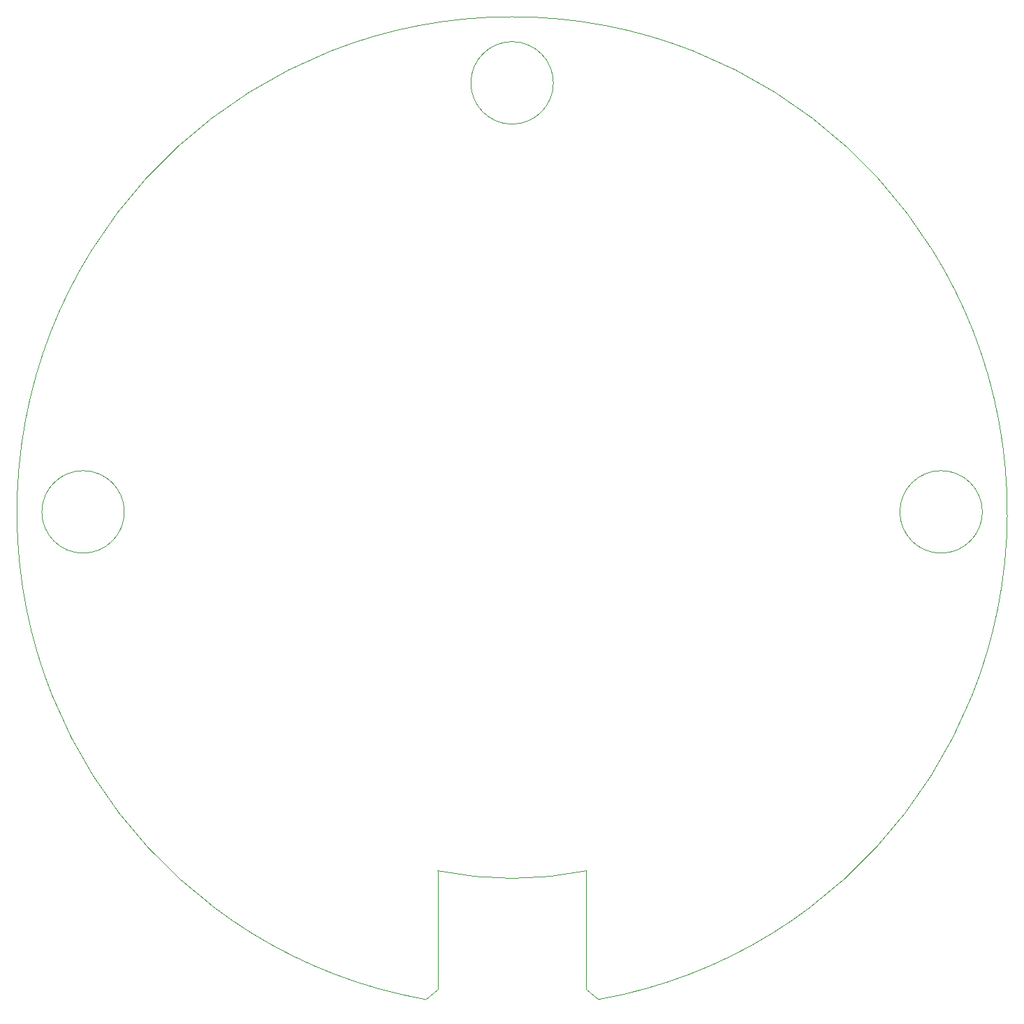
<source format=gbr>
%TF.GenerationSoftware,KiCad,Pcbnew,8.0.6*%
%TF.CreationDate,2025-01-31T16:57:09-05:00*%
%TF.ProjectId,Wire Spool Antenna V1.2,57697265-2053-4706-9f6f-6c20416e7465,rev?*%
%TF.SameCoordinates,Original*%
%TF.FileFunction,Profile,NP*%
%FSLAX46Y46*%
G04 Gerber Fmt 4.6, Leading zero omitted, Abs format (unit mm)*
G04 Created by KiCad (PCBNEW 8.0.6) date 2025-01-31 16:57:09*
%MOMM*%
%LPD*%
G01*
G04 APERTURE LIST*
%TA.AperFunction,Profile*%
%ADD10C,0.050000*%
%TD*%
G04 APERTURE END LIST*
D10*
X109000000Y-143499994D02*
X109001398Y-157859750D01*
X53000000Y-100000000D02*
G75*
G02*
X43000000Y-100000000I-5000000J0D01*
G01*
X43000000Y-100000000D02*
G75*
G02*
X53000000Y-100000000I5000000J0D01*
G01*
X157000000Y-100000000D02*
G75*
G02*
X147000000Y-100000000I-5000000J0D01*
G01*
X147000000Y-100000000D02*
G75*
G02*
X157000000Y-100000000I5000000J0D01*
G01*
X91000000Y-157835706D02*
X89498577Y-159091844D01*
X105000000Y-48000000D02*
G75*
G02*
X95000000Y-48000000I-5000000J0D01*
G01*
X95000000Y-48000000D02*
G75*
G02*
X105000000Y-48000000I5000000J0D01*
G01*
X89498577Y-159091844D02*
G75*
G02*
X110500034Y-159092087I10501412J59091845D01*
G01*
X91000000Y-143499996D02*
X91000000Y-157835706D01*
X109001398Y-157859750D02*
X110500034Y-159092087D01*
X109000000Y-143499994D02*
G75*
G02*
X91000000Y-143499994I-9000000J43499794D01*
G01*
M02*

</source>
